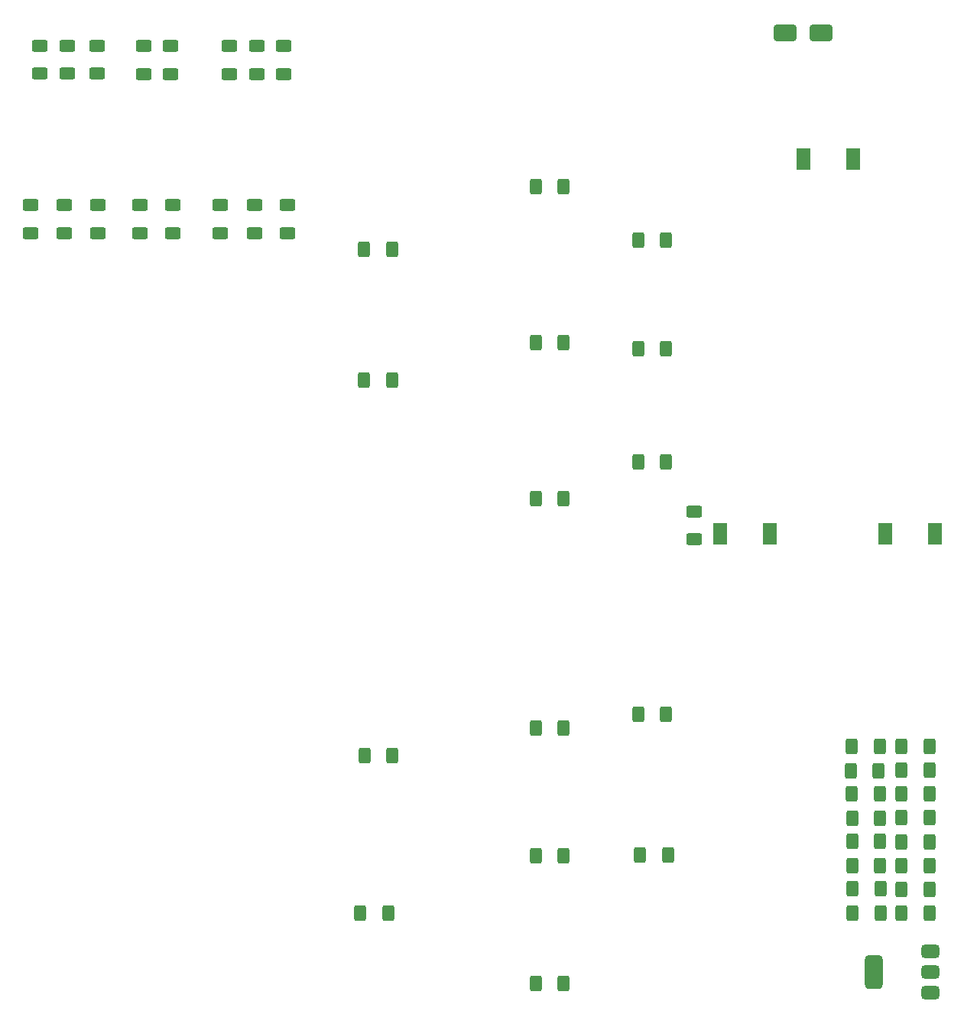
<source format=gbr>
%TF.GenerationSoftware,KiCad,Pcbnew,8.0.7-8.0.7-0~ubuntu24.10.1*%
%TF.CreationDate,2025-01-04T20:14:33+02:00*%
%TF.ProjectId,fpga_board,66706761-5f62-46f6-9172-642e6b696361,rev?*%
%TF.SameCoordinates,Original*%
%TF.FileFunction,Paste,Top*%
%TF.FilePolarity,Positive*%
%FSLAX46Y46*%
G04 Gerber Fmt 4.6, Leading zero omitted, Abs format (unit mm)*
G04 Created by KiCad (PCBNEW 8.0.7-8.0.7-0~ubuntu24.10.1) date 2025-01-04 20:14:33*
%MOMM*%
%LPD*%
G01*
G04 APERTURE LIST*
G04 Aperture macros list*
%AMRoundRect*
0 Rectangle with rounded corners*
0 $1 Rounding radius*
0 $2 $3 $4 $5 $6 $7 $8 $9 X,Y pos of 4 corners*
0 Add a 4 corners polygon primitive as box body*
4,1,4,$2,$3,$4,$5,$6,$7,$8,$9,$2,$3,0*
0 Add four circle primitives for the rounded corners*
1,1,$1+$1,$2,$3*
1,1,$1+$1,$4,$5*
1,1,$1+$1,$6,$7*
1,1,$1+$1,$8,$9*
0 Add four rect primitives between the rounded corners*
20,1,$1+$1,$2,$3,$4,$5,0*
20,1,$1+$1,$4,$5,$6,$7,0*
20,1,$1+$1,$6,$7,$8,$9,0*
20,1,$1+$1,$8,$9,$2,$3,0*%
G04 Aperture macros list end*
%ADD10RoundRect,0.375000X0.625000X0.375000X-0.625000X0.375000X-0.625000X-0.375000X0.625000X-0.375000X0*%
%ADD11RoundRect,0.500000X0.500000X1.400000X-0.500000X1.400000X-0.500000X-1.400000X0.500000X-1.400000X0*%
%ADD12RoundRect,0.250000X0.400000X0.625000X-0.400000X0.625000X-0.400000X-0.625000X0.400000X-0.625000X0*%
%ADD13RoundRect,0.250000X-0.400000X-0.625000X0.400000X-0.625000X0.400000X0.625000X-0.400000X0.625000X0*%
%ADD14RoundRect,0.250000X-0.625000X0.400000X-0.625000X-0.400000X0.625000X-0.400000X0.625000X0.400000X0*%
%ADD15RoundRect,0.250000X0.625000X-0.400000X0.625000X0.400000X-0.625000X0.400000X-0.625000X-0.400000X0*%
%ADD16R,1.500000X2.400000*%
%ADD17RoundRect,0.250000X-1.000000X-0.650000X1.000000X-0.650000X1.000000X0.650000X-1.000000X0.650000X0*%
G04 APERTURE END LIST*
D10*
%TO.C,U4*%
X151650000Y-130300000D03*
X151650000Y-128000000D03*
D11*
X145350000Y-128000000D03*
D10*
X151650000Y-125700000D03*
%TD*%
D12*
%TO.C,R63*%
X146000000Y-103000000D03*
X142900000Y-103000000D03*
%TD*%
D13*
%TO.C,R62*%
X148400000Y-103000000D03*
X151500000Y-103000000D03*
%TD*%
D12*
%TO.C,R60*%
X146100000Y-121500000D03*
X143000000Y-121500000D03*
%TD*%
D13*
%TO.C,R59*%
X148400000Y-121500000D03*
X151500000Y-121500000D03*
%TD*%
D12*
%TO.C,R57*%
X145900000Y-105700000D03*
X142800000Y-105700000D03*
%TD*%
D13*
%TO.C,R56*%
X148400000Y-105642857D03*
X151500000Y-105642857D03*
%TD*%
D12*
%TO.C,R54*%
X146000000Y-108300000D03*
X142900000Y-108300000D03*
%TD*%
D13*
%TO.C,R53*%
X148400000Y-108285714D03*
X151500000Y-108285714D03*
%TD*%
D12*
%TO.C,R51*%
X146050000Y-111000000D03*
X142950000Y-111000000D03*
%TD*%
D13*
%TO.C,R50*%
X148400000Y-110928571D03*
X151500000Y-110928571D03*
%TD*%
D12*
%TO.C,R48*%
X146050000Y-113500000D03*
X142950000Y-113500000D03*
%TD*%
D13*
%TO.C,R47*%
X148400000Y-113571428D03*
X151500000Y-113571428D03*
%TD*%
D12*
%TO.C,R45*%
X146050000Y-116200000D03*
X142950000Y-116200000D03*
%TD*%
%TO.C,R43*%
X146100000Y-118800000D03*
X143000000Y-118800000D03*
%TD*%
D13*
%TO.C,R42*%
X148400000Y-118857142D03*
X151500000Y-118857142D03*
%TD*%
D14*
%TO.C,R3*%
X59340000Y-25450000D03*
X59340000Y-28550000D03*
%TD*%
D15*
%TO.C,R10*%
X55700000Y-46200000D03*
X55700000Y-43100000D03*
%TD*%
%TO.C,R9*%
X52000000Y-46200000D03*
X52000000Y-43100000D03*
%TD*%
D13*
%TO.C,R27*%
X119250000Y-99500000D03*
X122350000Y-99500000D03*
%TD*%
D16*
%TO.C,L3*%
X133840000Y-79500000D03*
X128340000Y-79500000D03*
%TD*%
D14*
%TO.C,R1*%
X53000000Y-25450000D03*
X53000000Y-28550000D03*
%TD*%
D13*
%TO.C,R23*%
X119250000Y-47000000D03*
X122350000Y-47000000D03*
%TD*%
%TO.C,R32*%
X88450000Y-121500000D03*
X91550000Y-121500000D03*
%TD*%
D15*
%TO.C,R7*%
X67500000Y-28600000D03*
X67500000Y-25500000D03*
%TD*%
D13*
%TO.C,R30*%
X88900000Y-62500000D03*
X92000000Y-62500000D03*
%TD*%
D15*
%TO.C,R8*%
X64500000Y-28600000D03*
X64500000Y-25500000D03*
%TD*%
D14*
%TO.C,R2*%
X56050000Y-25450000D03*
X56050000Y-28550000D03*
%TD*%
D12*
%TO.C,R25*%
X122350000Y-71500000D03*
X119250000Y-71500000D03*
%TD*%
D13*
%TO.C,R19*%
X107900000Y-75600000D03*
X111000000Y-75600000D03*
%TD*%
D15*
%TO.C,R14*%
X80400000Y-46200000D03*
X80400000Y-43100000D03*
%TD*%
D13*
%TO.C,R29*%
X88900000Y-48000000D03*
X92000000Y-48000000D03*
%TD*%
D15*
%TO.C,R12*%
X73000000Y-46200000D03*
X73000000Y-43100000D03*
%TD*%
%TO.C,R5*%
X77000000Y-28600000D03*
X77000000Y-25500000D03*
%TD*%
%TO.C,R11*%
X59400000Y-46200000D03*
X59400000Y-43100000D03*
%TD*%
D13*
%TO.C,R20*%
X107900000Y-101000000D03*
X111000000Y-101000000D03*
%TD*%
D15*
%TO.C,R13*%
X76800000Y-46200000D03*
X76800000Y-43100000D03*
%TD*%
%TO.C,R4*%
X74000000Y-28600000D03*
X74000000Y-25500000D03*
%TD*%
D13*
%TO.C,R17*%
X107900000Y-41000000D03*
X111000000Y-41000000D03*
%TD*%
D17*
%TO.C,D7*%
X135500000Y-24000000D03*
X139500000Y-24000000D03*
%TD*%
D13*
%TO.C,R28*%
X119450000Y-115000000D03*
X122550000Y-115000000D03*
%TD*%
%TO.C,R21*%
X107900000Y-115150000D03*
X111000000Y-115150000D03*
%TD*%
%TO.C,R31*%
X88950000Y-104000000D03*
X92050000Y-104000000D03*
%TD*%
D15*
%TO.C,R6*%
X80000000Y-28600000D03*
X80000000Y-25500000D03*
%TD*%
%TO.C,R26*%
X125500000Y-80100000D03*
X125500000Y-77000000D03*
%TD*%
%TO.C,R15*%
X67700000Y-46200000D03*
X67700000Y-43100000D03*
%TD*%
D16*
%TO.C,L4*%
X146590000Y-79500000D03*
X152090000Y-79500000D03*
%TD*%
D15*
%TO.C,R16*%
X64100000Y-46200000D03*
X64100000Y-43100000D03*
%TD*%
D12*
%TO.C,R24*%
X122350000Y-59000000D03*
X119250000Y-59000000D03*
%TD*%
D13*
%TO.C,R18*%
X107900000Y-58300000D03*
X111000000Y-58300000D03*
%TD*%
%TO.C,R41*%
X148400000Y-116214285D03*
X151500000Y-116214285D03*
%TD*%
D16*
%TO.C,L2*%
X143090000Y-38000000D03*
X137590000Y-38000000D03*
%TD*%
D13*
%TO.C,R22*%
X107900000Y-129300000D03*
X111000000Y-129300000D03*
%TD*%
M02*

</source>
